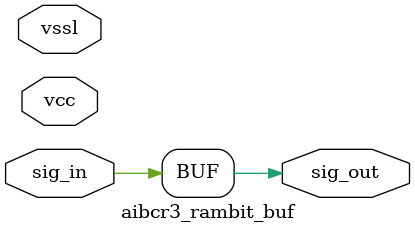
<source format=v>


module aibcr3_rambit_buf ( sig_out, sig_in, vcc, vssl );

output  sig_out;

input  sig_in, vcc, vssl;

wire sig_out, sig_in;


// specify 
//     specparam CDS_LIBNAME  = "aibcr_lib";
//     specparam CDS_CELLNAME = "aibcr_rambit_buf";
//     specparam CDS_VIEWNAME = "schematic";
// endspecify

assign sig_out = sig_in;

endmodule


</source>
